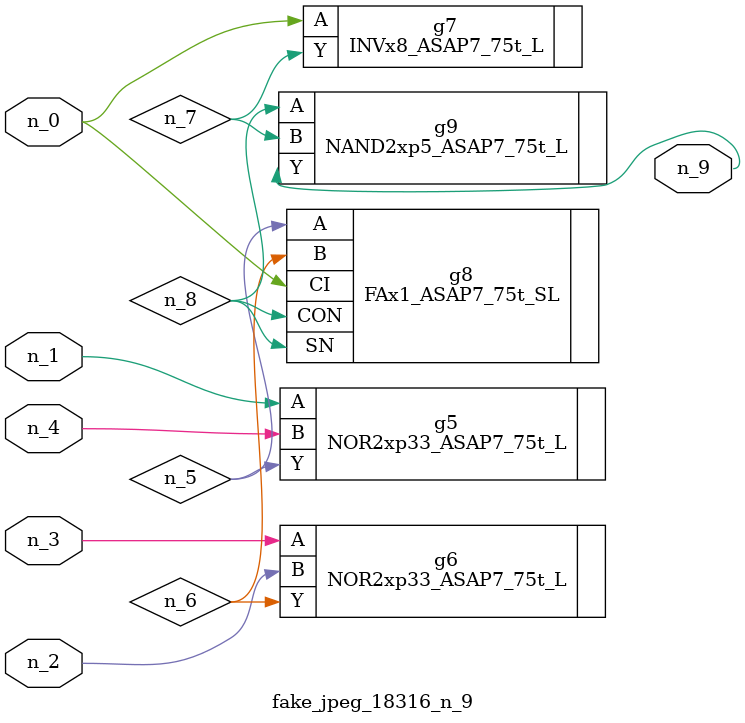
<source format=v>
module fake_jpeg_18316_n_9 (n_3, n_2, n_1, n_0, n_4, n_9);

input n_3;
input n_2;
input n_1;
input n_0;
input n_4;

output n_9;

wire n_8;
wire n_6;
wire n_5;
wire n_7;

NOR2xp33_ASAP7_75t_L g5 ( 
.A(n_1),
.B(n_4),
.Y(n_5)
);

NOR2xp33_ASAP7_75t_L g6 ( 
.A(n_3),
.B(n_2),
.Y(n_6)
);

INVx8_ASAP7_75t_L g7 ( 
.A(n_0),
.Y(n_7)
);

FAx1_ASAP7_75t_SL g8 ( 
.A(n_5),
.B(n_6),
.CI(n_0),
.CON(n_8),
.SN(n_8)
);

NAND2xp5_ASAP7_75t_L g9 ( 
.A(n_8),
.B(n_7),
.Y(n_9)
);


endmodule
</source>
